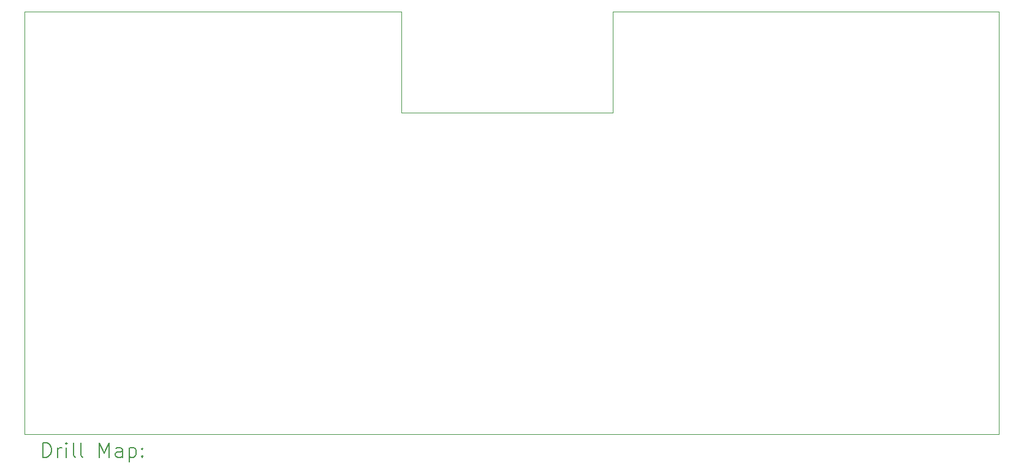
<source format=gbr>
%FSLAX45Y45*%
G04 Gerber Fmt 4.5, Leading zero omitted, Abs format (unit mm)*
G04 Created by KiCad (PCBNEW (6.0.0)) date 2022-03-13 17:59:33*
%MOMM*%
%LPD*%
G01*
G04 APERTURE LIST*
%TA.AperFunction,Profile*%
%ADD10C,0.100000*%
%TD*%
%ADD11C,0.200000*%
G04 APERTURE END LIST*
D10*
X15240000Y-13208000D02*
X15240000Y-12700000D01*
X9906000Y-12319000D02*
X9906000Y-12573000D01*
X15240000Y-12319000D02*
X15240000Y-12573000D01*
X6985000Y-13716000D02*
X6985000Y-12573000D01*
X9906000Y-12573000D02*
X9906000Y-13716000D01*
X1778000Y-12319000D02*
X1778000Y-18161000D01*
X2159000Y-12319000D02*
X1778000Y-12319000D01*
X9906000Y-12319000D02*
X15240000Y-12319000D01*
X2540000Y-12319000D02*
X2159000Y-12319000D01*
X15240000Y-18161000D02*
X15240000Y-13208000D01*
X1778000Y-18161000D02*
X15240000Y-18161000D01*
X15240000Y-12700000D02*
X15240000Y-12573000D01*
X9906000Y-13716000D02*
X6985000Y-13716000D01*
X6985000Y-12573000D02*
X6985000Y-12319000D01*
X6985000Y-12319000D02*
X2540000Y-12319000D01*
D11*
X2030619Y-18476476D02*
X2030619Y-18276476D01*
X2078238Y-18276476D01*
X2106810Y-18286000D01*
X2125857Y-18305048D01*
X2135381Y-18324095D01*
X2144905Y-18362190D01*
X2144905Y-18390762D01*
X2135381Y-18428857D01*
X2125857Y-18447905D01*
X2106810Y-18466952D01*
X2078238Y-18476476D01*
X2030619Y-18476476D01*
X2230619Y-18476476D02*
X2230619Y-18343143D01*
X2230619Y-18381238D02*
X2240143Y-18362190D01*
X2249667Y-18352667D01*
X2268714Y-18343143D01*
X2287762Y-18343143D01*
X2354429Y-18476476D02*
X2354429Y-18343143D01*
X2354429Y-18276476D02*
X2344905Y-18286000D01*
X2354429Y-18295524D01*
X2363952Y-18286000D01*
X2354429Y-18276476D01*
X2354429Y-18295524D01*
X2478238Y-18476476D02*
X2459190Y-18466952D01*
X2449667Y-18447905D01*
X2449667Y-18276476D01*
X2583000Y-18476476D02*
X2563952Y-18466952D01*
X2554429Y-18447905D01*
X2554429Y-18276476D01*
X2811571Y-18476476D02*
X2811571Y-18276476D01*
X2878238Y-18419333D01*
X2944905Y-18276476D01*
X2944905Y-18476476D01*
X3125857Y-18476476D02*
X3125857Y-18371714D01*
X3116333Y-18352667D01*
X3097286Y-18343143D01*
X3059190Y-18343143D01*
X3040143Y-18352667D01*
X3125857Y-18466952D02*
X3106809Y-18476476D01*
X3059190Y-18476476D01*
X3040143Y-18466952D01*
X3030619Y-18447905D01*
X3030619Y-18428857D01*
X3040143Y-18409810D01*
X3059190Y-18400286D01*
X3106809Y-18400286D01*
X3125857Y-18390762D01*
X3221095Y-18343143D02*
X3221095Y-18543143D01*
X3221095Y-18352667D02*
X3240143Y-18343143D01*
X3278238Y-18343143D01*
X3297286Y-18352667D01*
X3306809Y-18362190D01*
X3316333Y-18381238D01*
X3316333Y-18438381D01*
X3306809Y-18457429D01*
X3297286Y-18466952D01*
X3278238Y-18476476D01*
X3240143Y-18476476D01*
X3221095Y-18466952D01*
X3402048Y-18457429D02*
X3411571Y-18466952D01*
X3402048Y-18476476D01*
X3392524Y-18466952D01*
X3402048Y-18457429D01*
X3402048Y-18476476D01*
X3402048Y-18352667D02*
X3411571Y-18362190D01*
X3402048Y-18371714D01*
X3392524Y-18362190D01*
X3402048Y-18352667D01*
X3402048Y-18371714D01*
M02*

</source>
